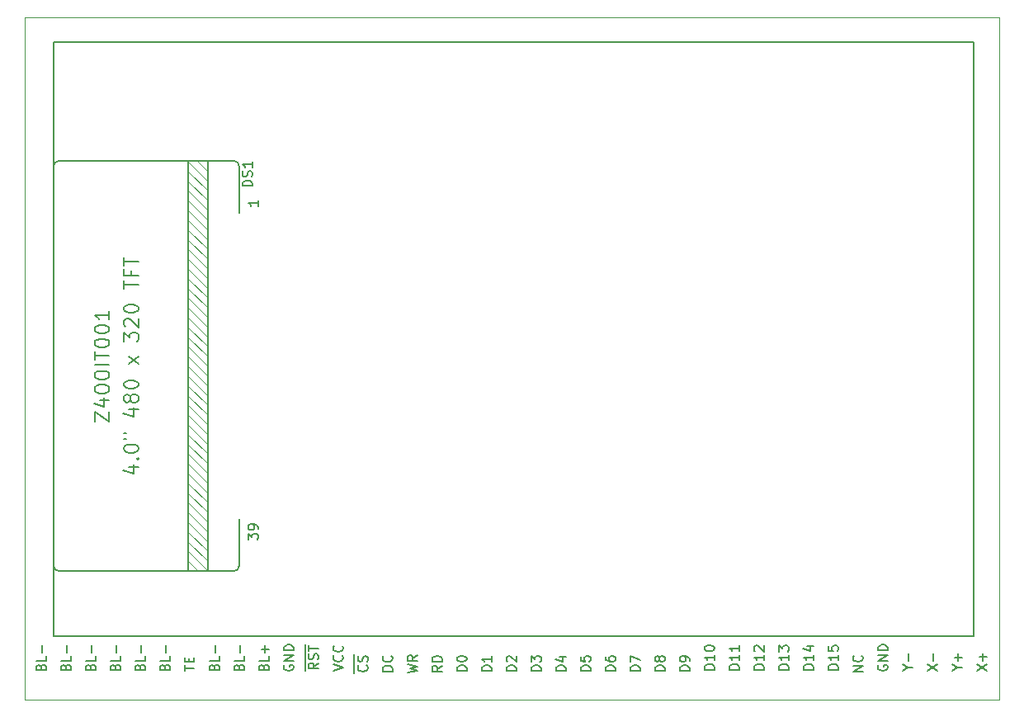
<source format=gbr>
G04 #@! TF.GenerationSoftware,KiCad,Pcbnew,(5.1.5)-3*
G04 #@! TF.CreationDate,2020-05-28T15:24:43-05:00*
G04 #@! TF.ProjectId,TFT Breakout 39P,54465420-4272-4656-916b-6f7574203339,rev?*
G04 #@! TF.SameCoordinates,Original*
G04 #@! TF.FileFunction,Legend,Top*
G04 #@! TF.FilePolarity,Positive*
%FSLAX46Y46*%
G04 Gerber Fmt 4.6, Leading zero omitted, Abs format (unit mm)*
G04 Created by KiCad (PCBNEW (5.1.5)-3) date 2020-05-28 15:24:43*
%MOMM*%
%LPD*%
G04 APERTURE LIST*
%ADD10C,0.150000*%
G04 #@! TA.AperFunction,Profile*
%ADD11C,0.050000*%
G04 #@! TD*
%ADD12C,0.120000*%
%ADD13C,0.127000*%
%ADD14C,0.152400*%
G04 APERTURE END LIST*
D10*
X106761271Y-126652380D02*
X106808890Y-126509523D01*
X106856509Y-126461904D01*
X106951747Y-126414285D01*
X107094604Y-126414285D01*
X107189842Y-126461904D01*
X107237461Y-126509523D01*
X107285080Y-126604761D01*
X107285080Y-126985714D01*
X106285080Y-126985714D01*
X106285080Y-126652380D01*
X106332700Y-126557142D01*
X106380319Y-126509523D01*
X106475557Y-126461904D01*
X106570795Y-126461904D01*
X106666033Y-126509523D01*
X106713652Y-126557142D01*
X106761271Y-126652380D01*
X106761271Y-126985714D01*
X107285080Y-125509523D02*
X107285080Y-125985714D01*
X106285080Y-125985714D01*
X106904128Y-125176190D02*
X106904128Y-124414285D01*
X116411760Y-127025815D02*
X116411760Y-126454386D01*
X117411760Y-126740100D02*
X116411760Y-126740100D01*
X116887951Y-126121053D02*
X116887951Y-125787720D01*
X117411760Y-125644862D02*
X117411760Y-126121053D01*
X116411760Y-126121053D01*
X116411760Y-125644862D01*
X197714620Y-127057220D02*
X198714620Y-126390554D01*
X197714620Y-126390554D02*
X198714620Y-127057220D01*
X198333668Y-126009601D02*
X198333668Y-125247697D01*
X198714620Y-125628649D02*
X197952716Y-125628649D01*
X195698430Y-126723887D02*
X196174620Y-126723887D01*
X195174620Y-127057220D02*
X195698430Y-126723887D01*
X195174620Y-126390554D01*
X195793668Y-126057220D02*
X195793668Y-125295316D01*
X196174620Y-125676268D02*
X195412716Y-125676268D01*
X192634620Y-127062300D02*
X193634620Y-126395634D01*
X192634620Y-126395634D02*
X193634620Y-127062300D01*
X193253668Y-126014681D02*
X193253668Y-125252777D01*
X190618430Y-126723887D02*
X191094620Y-126723887D01*
X190094620Y-127057220D02*
X190618430Y-126723887D01*
X190094620Y-126390554D01*
X190713668Y-126057220D02*
X190713668Y-125295316D01*
X187600000Y-126461904D02*
X187552380Y-126557142D01*
X187552380Y-126700000D01*
X187600000Y-126842857D01*
X187695238Y-126938095D01*
X187790476Y-126985714D01*
X187980952Y-127033333D01*
X188123809Y-127033333D01*
X188314285Y-126985714D01*
X188409523Y-126938095D01*
X188504761Y-126842857D01*
X188552380Y-126700000D01*
X188552380Y-126604761D01*
X188504761Y-126461904D01*
X188457142Y-126414285D01*
X188123809Y-126414285D01*
X188123809Y-126604761D01*
X188552380Y-125985714D02*
X187552380Y-125985714D01*
X188552380Y-125414285D01*
X187552380Y-125414285D01*
X188552380Y-124938095D02*
X187552380Y-124938095D01*
X187552380Y-124700000D01*
X187600000Y-124557142D01*
X187695238Y-124461904D01*
X187790476Y-124414285D01*
X187980952Y-124366666D01*
X188123809Y-124366666D01*
X188314285Y-124414285D01*
X188409523Y-124461904D01*
X188504761Y-124557142D01*
X188552380Y-124700000D01*
X188552380Y-124938095D01*
X185999380Y-127103914D02*
X184999380Y-127103914D01*
X185999380Y-126532485D01*
X184999380Y-126532485D01*
X185904142Y-125484866D02*
X185951761Y-125532485D01*
X185999380Y-125675342D01*
X185999380Y-125770580D01*
X185951761Y-125913438D01*
X185856523Y-126008676D01*
X185761285Y-126056295D01*
X185570809Y-126103914D01*
X185427952Y-126103914D01*
X185237476Y-126056295D01*
X185142238Y-126008676D01*
X185047000Y-125913438D01*
X184999380Y-125770580D01*
X184999380Y-125675342D01*
X185047000Y-125532485D01*
X185094619Y-125484866D01*
X168219380Y-127056295D02*
X167219380Y-127056295D01*
X167219380Y-126818200D01*
X167267000Y-126675342D01*
X167362238Y-126580104D01*
X167457476Y-126532485D01*
X167647952Y-126484866D01*
X167790809Y-126484866D01*
X167981285Y-126532485D01*
X168076523Y-126580104D01*
X168171761Y-126675342D01*
X168219380Y-126818200D01*
X168219380Y-127056295D01*
X168219380Y-126008676D02*
X168219380Y-125818200D01*
X168171761Y-125722961D01*
X168124142Y-125675342D01*
X167981285Y-125580104D01*
X167790809Y-125532485D01*
X167409857Y-125532485D01*
X167314619Y-125580104D01*
X167267000Y-125627723D01*
X167219380Y-125722961D01*
X167219380Y-125913438D01*
X167267000Y-126008676D01*
X167314619Y-126056295D01*
X167409857Y-126103914D01*
X167647952Y-126103914D01*
X167743190Y-126056295D01*
X167790809Y-126008676D01*
X167838428Y-125913438D01*
X167838428Y-125722961D01*
X167790809Y-125627723D01*
X167743190Y-125580104D01*
X167647952Y-125532485D01*
X165679380Y-127056295D02*
X164679380Y-127056295D01*
X164679380Y-126818200D01*
X164727000Y-126675342D01*
X164822238Y-126580104D01*
X164917476Y-126532485D01*
X165107952Y-126484866D01*
X165250809Y-126484866D01*
X165441285Y-126532485D01*
X165536523Y-126580104D01*
X165631761Y-126675342D01*
X165679380Y-126818200D01*
X165679380Y-127056295D01*
X165107952Y-125913438D02*
X165060333Y-126008676D01*
X165012714Y-126056295D01*
X164917476Y-126103914D01*
X164869857Y-126103914D01*
X164774619Y-126056295D01*
X164727000Y-126008676D01*
X164679380Y-125913438D01*
X164679380Y-125722961D01*
X164727000Y-125627723D01*
X164774619Y-125580104D01*
X164869857Y-125532485D01*
X164917476Y-125532485D01*
X165012714Y-125580104D01*
X165060333Y-125627723D01*
X165107952Y-125722961D01*
X165107952Y-125913438D01*
X165155571Y-126008676D01*
X165203190Y-126056295D01*
X165298428Y-126103914D01*
X165488904Y-126103914D01*
X165584142Y-126056295D01*
X165631761Y-126008676D01*
X165679380Y-125913438D01*
X165679380Y-125722961D01*
X165631761Y-125627723D01*
X165584142Y-125580104D01*
X165488904Y-125532485D01*
X165298428Y-125532485D01*
X165203190Y-125580104D01*
X165155571Y-125627723D01*
X165107952Y-125722961D01*
X163139380Y-127051215D02*
X162139380Y-127051215D01*
X162139380Y-126813120D01*
X162187000Y-126670262D01*
X162282238Y-126575024D01*
X162377476Y-126527405D01*
X162567952Y-126479786D01*
X162710809Y-126479786D01*
X162901285Y-126527405D01*
X162996523Y-126575024D01*
X163091761Y-126670262D01*
X163139380Y-126813120D01*
X163139380Y-127051215D01*
X162139380Y-126146453D02*
X162139380Y-125479786D01*
X163139380Y-125908358D01*
X160599380Y-127051215D02*
X159599380Y-127051215D01*
X159599380Y-126813120D01*
X159647000Y-126670262D01*
X159742238Y-126575024D01*
X159837476Y-126527405D01*
X160027952Y-126479786D01*
X160170809Y-126479786D01*
X160361285Y-126527405D01*
X160456523Y-126575024D01*
X160551761Y-126670262D01*
X160599380Y-126813120D01*
X160599380Y-127051215D01*
X159599380Y-125622643D02*
X159599380Y-125813120D01*
X159647000Y-125908358D01*
X159694619Y-125955977D01*
X159837476Y-126051215D01*
X160027952Y-126098834D01*
X160408904Y-126098834D01*
X160504142Y-126051215D01*
X160551761Y-126003596D01*
X160599380Y-125908358D01*
X160599380Y-125717881D01*
X160551761Y-125622643D01*
X160504142Y-125575024D01*
X160408904Y-125527405D01*
X160170809Y-125527405D01*
X160075571Y-125575024D01*
X160027952Y-125622643D01*
X159980333Y-125717881D01*
X159980333Y-125908358D01*
X160027952Y-126003596D01*
X160075571Y-126051215D01*
X160170809Y-126098834D01*
X158059380Y-127051215D02*
X157059380Y-127051215D01*
X157059380Y-126813120D01*
X157107000Y-126670262D01*
X157202238Y-126575024D01*
X157297476Y-126527405D01*
X157487952Y-126479786D01*
X157630809Y-126479786D01*
X157821285Y-126527405D01*
X157916523Y-126575024D01*
X158011761Y-126670262D01*
X158059380Y-126813120D01*
X158059380Y-127051215D01*
X157059380Y-125575024D02*
X157059380Y-126051215D01*
X157535571Y-126098834D01*
X157487952Y-126051215D01*
X157440333Y-125955977D01*
X157440333Y-125717881D01*
X157487952Y-125622643D01*
X157535571Y-125575024D01*
X157630809Y-125527405D01*
X157868904Y-125527405D01*
X157964142Y-125575024D01*
X158011761Y-125622643D01*
X158059380Y-125717881D01*
X158059380Y-125955977D01*
X158011761Y-126051215D01*
X157964142Y-126098834D01*
X155519380Y-127056295D02*
X154519380Y-127056295D01*
X154519380Y-126818200D01*
X154567000Y-126675342D01*
X154662238Y-126580104D01*
X154757476Y-126532485D01*
X154947952Y-126484866D01*
X155090809Y-126484866D01*
X155281285Y-126532485D01*
X155376523Y-126580104D01*
X155471761Y-126675342D01*
X155519380Y-126818200D01*
X155519380Y-127056295D01*
X154852714Y-125627723D02*
X155519380Y-125627723D01*
X154471761Y-125865819D02*
X155186047Y-126103914D01*
X155186047Y-125484866D01*
X152979380Y-127051215D02*
X151979380Y-127051215D01*
X151979380Y-126813120D01*
X152027000Y-126670262D01*
X152122238Y-126575024D01*
X152217476Y-126527405D01*
X152407952Y-126479786D01*
X152550809Y-126479786D01*
X152741285Y-126527405D01*
X152836523Y-126575024D01*
X152931761Y-126670262D01*
X152979380Y-126813120D01*
X152979380Y-127051215D01*
X151979380Y-126146453D02*
X151979380Y-125527405D01*
X152360333Y-125860739D01*
X152360333Y-125717881D01*
X152407952Y-125622643D01*
X152455571Y-125575024D01*
X152550809Y-125527405D01*
X152788904Y-125527405D01*
X152884142Y-125575024D01*
X152931761Y-125622643D01*
X152979380Y-125717881D01*
X152979380Y-126003596D01*
X152931761Y-126098834D01*
X152884142Y-126146453D01*
X150439380Y-127051215D02*
X149439380Y-127051215D01*
X149439380Y-126813120D01*
X149487000Y-126670262D01*
X149582238Y-126575024D01*
X149677476Y-126527405D01*
X149867952Y-126479786D01*
X150010809Y-126479786D01*
X150201285Y-126527405D01*
X150296523Y-126575024D01*
X150391761Y-126670262D01*
X150439380Y-126813120D01*
X150439380Y-127051215D01*
X149534619Y-126098834D02*
X149487000Y-126051215D01*
X149439380Y-125955977D01*
X149439380Y-125717881D01*
X149487000Y-125622643D01*
X149534619Y-125575024D01*
X149629857Y-125527405D01*
X149725095Y-125527405D01*
X149867952Y-125575024D01*
X150439380Y-126146453D01*
X150439380Y-125527405D01*
X147899380Y-127056295D02*
X146899380Y-127056295D01*
X146899380Y-126818200D01*
X146947000Y-126675342D01*
X147042238Y-126580104D01*
X147137476Y-126532485D01*
X147327952Y-126484866D01*
X147470809Y-126484866D01*
X147661285Y-126532485D01*
X147756523Y-126580104D01*
X147851761Y-126675342D01*
X147899380Y-126818200D01*
X147899380Y-127056295D01*
X147899380Y-125532485D02*
X147899380Y-126103914D01*
X147899380Y-125818200D02*
X146899380Y-125818200D01*
X147042238Y-125913438D01*
X147137476Y-126008676D01*
X147185095Y-126103914D01*
X145359380Y-127051215D02*
X144359380Y-127051215D01*
X144359380Y-126813120D01*
X144407000Y-126670262D01*
X144502238Y-126575024D01*
X144597476Y-126527405D01*
X144787952Y-126479786D01*
X144930809Y-126479786D01*
X145121285Y-126527405D01*
X145216523Y-126575024D01*
X145311761Y-126670262D01*
X145359380Y-126813120D01*
X145359380Y-127051215D01*
X144359380Y-125860739D02*
X144359380Y-125765500D01*
X144407000Y-125670262D01*
X144454619Y-125622643D01*
X144549857Y-125575024D01*
X144740333Y-125527405D01*
X144978428Y-125527405D01*
X145168904Y-125575024D01*
X145264142Y-125622643D01*
X145311761Y-125670262D01*
X145359380Y-125765500D01*
X145359380Y-125860739D01*
X145311761Y-125955977D01*
X145264142Y-126003596D01*
X145168904Y-126051215D01*
X144978428Y-126098834D01*
X144740333Y-126098834D01*
X144549857Y-126051215D01*
X144454619Y-126003596D01*
X144407000Y-125955977D01*
X144359380Y-125860739D01*
X142819380Y-126508676D02*
X142343190Y-126842009D01*
X142819380Y-127080104D02*
X141819380Y-127080104D01*
X141819380Y-126699152D01*
X141867000Y-126603914D01*
X141914619Y-126556295D01*
X142009857Y-126508676D01*
X142152714Y-126508676D01*
X142247952Y-126556295D01*
X142295571Y-126603914D01*
X142343190Y-126699152D01*
X142343190Y-127080104D01*
X142819380Y-126080104D02*
X141819380Y-126080104D01*
X141819380Y-125842009D01*
X141867000Y-125699152D01*
X141962238Y-125603914D01*
X142057476Y-125556295D01*
X142247952Y-125508676D01*
X142390809Y-125508676D01*
X142581285Y-125556295D01*
X142676523Y-125603914D01*
X142771761Y-125699152D01*
X142819380Y-125842009D01*
X142819380Y-126080104D01*
X139279380Y-127241691D02*
X140279380Y-127003596D01*
X139565095Y-126813120D01*
X140279380Y-126622643D01*
X139279380Y-126384548D01*
X140279380Y-125432167D02*
X139803190Y-125765500D01*
X140279380Y-126003596D02*
X139279380Y-126003596D01*
X139279380Y-125622643D01*
X139327000Y-125527405D01*
X139374619Y-125479786D01*
X139469857Y-125432167D01*
X139612714Y-125432167D01*
X139707952Y-125479786D01*
X139755571Y-125527405D01*
X139803190Y-125622643D01*
X139803190Y-126003596D01*
X137739380Y-127080104D02*
X136739380Y-127080104D01*
X136739380Y-126842009D01*
X136787000Y-126699152D01*
X136882238Y-126603914D01*
X136977476Y-126556295D01*
X137167952Y-126508676D01*
X137310809Y-126508676D01*
X137501285Y-126556295D01*
X137596523Y-126603914D01*
X137691761Y-126699152D01*
X137739380Y-126842009D01*
X137739380Y-127080104D01*
X137644142Y-125508676D02*
X137691761Y-125556295D01*
X137739380Y-125699152D01*
X137739380Y-125794390D01*
X137691761Y-125937247D01*
X137596523Y-126032485D01*
X137501285Y-126080104D01*
X137310809Y-126127723D01*
X137167952Y-126127723D01*
X136977476Y-126080104D01*
X136882238Y-126032485D01*
X136787000Y-125937247D01*
X136739380Y-125794390D01*
X136739380Y-125699152D01*
X136787000Y-125556295D01*
X136834619Y-125508676D01*
X133826920Y-127294390D02*
X133826920Y-126294390D01*
X135099062Y-126484866D02*
X135146681Y-126532485D01*
X135194300Y-126675342D01*
X135194300Y-126770580D01*
X135146681Y-126913438D01*
X135051443Y-127008676D01*
X134956205Y-127056295D01*
X134765729Y-127103914D01*
X134622872Y-127103914D01*
X134432396Y-127056295D01*
X134337158Y-127008676D01*
X134241920Y-126913438D01*
X134194300Y-126770580D01*
X134194300Y-126675342D01*
X134241920Y-126532485D01*
X134289539Y-126484866D01*
X133826920Y-126294390D02*
X133826920Y-125342009D01*
X135146681Y-126103914D02*
X135194300Y-125961057D01*
X135194300Y-125722961D01*
X135146681Y-125627723D01*
X135099062Y-125580104D01*
X135003824Y-125532485D01*
X134908586Y-125532485D01*
X134813348Y-125580104D01*
X134765729Y-125627723D01*
X134718110Y-125722961D01*
X134670491Y-125913438D01*
X134622872Y-126008676D01*
X134575253Y-126056295D01*
X134480015Y-126103914D01*
X134384777Y-126103914D01*
X134289539Y-126056295D01*
X134241920Y-126008676D01*
X134194300Y-125913438D01*
X134194300Y-125675342D01*
X134241920Y-125532485D01*
X170772380Y-126914285D02*
X169772380Y-126914285D01*
X169772380Y-126676190D01*
X169820000Y-126533333D01*
X169915238Y-126438095D01*
X170010476Y-126390476D01*
X170200952Y-126342857D01*
X170343809Y-126342857D01*
X170534285Y-126390476D01*
X170629523Y-126438095D01*
X170724761Y-126533333D01*
X170772380Y-126676190D01*
X170772380Y-126914285D01*
X170772380Y-125390476D02*
X170772380Y-125961904D01*
X170772380Y-125676190D02*
X169772380Y-125676190D01*
X169915238Y-125771428D01*
X170010476Y-125866666D01*
X170058095Y-125961904D01*
X169772380Y-124771428D02*
X169772380Y-124676190D01*
X169820000Y-124580952D01*
X169867619Y-124533333D01*
X169962857Y-124485714D01*
X170153333Y-124438095D01*
X170391428Y-124438095D01*
X170581904Y-124485714D01*
X170677142Y-124533333D01*
X170724761Y-124580952D01*
X170772380Y-124676190D01*
X170772380Y-124771428D01*
X170724761Y-124866666D01*
X170677142Y-124914285D01*
X170581904Y-124961904D01*
X170391428Y-125009523D01*
X170153333Y-125009523D01*
X169962857Y-124961904D01*
X169867619Y-124914285D01*
X169820000Y-124866666D01*
X169772380Y-124771428D01*
X173312380Y-126914285D02*
X172312380Y-126914285D01*
X172312380Y-126676190D01*
X172360000Y-126533333D01*
X172455238Y-126438095D01*
X172550476Y-126390476D01*
X172740952Y-126342857D01*
X172883809Y-126342857D01*
X173074285Y-126390476D01*
X173169523Y-126438095D01*
X173264761Y-126533333D01*
X173312380Y-126676190D01*
X173312380Y-126914285D01*
X173312380Y-125390476D02*
X173312380Y-125961904D01*
X173312380Y-125676190D02*
X172312380Y-125676190D01*
X172455238Y-125771428D01*
X172550476Y-125866666D01*
X172598095Y-125961904D01*
X173312380Y-124438095D02*
X173312380Y-125009523D01*
X173312380Y-124723809D02*
X172312380Y-124723809D01*
X172455238Y-124819047D01*
X172550476Y-124914285D01*
X172598095Y-125009523D01*
X175852380Y-126914285D02*
X174852380Y-126914285D01*
X174852380Y-126676190D01*
X174900000Y-126533333D01*
X174995238Y-126438095D01*
X175090476Y-126390476D01*
X175280952Y-126342857D01*
X175423809Y-126342857D01*
X175614285Y-126390476D01*
X175709523Y-126438095D01*
X175804761Y-126533333D01*
X175852380Y-126676190D01*
X175852380Y-126914285D01*
X175852380Y-125390476D02*
X175852380Y-125961904D01*
X175852380Y-125676190D02*
X174852380Y-125676190D01*
X174995238Y-125771428D01*
X175090476Y-125866666D01*
X175138095Y-125961904D01*
X174947619Y-125009523D02*
X174900000Y-124961904D01*
X174852380Y-124866666D01*
X174852380Y-124628571D01*
X174900000Y-124533333D01*
X174947619Y-124485714D01*
X175042857Y-124438095D01*
X175138095Y-124438095D01*
X175280952Y-124485714D01*
X175852380Y-125057142D01*
X175852380Y-124438095D01*
X178392380Y-126914285D02*
X177392380Y-126914285D01*
X177392380Y-126676190D01*
X177440000Y-126533333D01*
X177535238Y-126438095D01*
X177630476Y-126390476D01*
X177820952Y-126342857D01*
X177963809Y-126342857D01*
X178154285Y-126390476D01*
X178249523Y-126438095D01*
X178344761Y-126533333D01*
X178392380Y-126676190D01*
X178392380Y-126914285D01*
X178392380Y-125390476D02*
X178392380Y-125961904D01*
X178392380Y-125676190D02*
X177392380Y-125676190D01*
X177535238Y-125771428D01*
X177630476Y-125866666D01*
X177678095Y-125961904D01*
X177392380Y-125057142D02*
X177392380Y-124438095D01*
X177773333Y-124771428D01*
X177773333Y-124628571D01*
X177820952Y-124533333D01*
X177868571Y-124485714D01*
X177963809Y-124438095D01*
X178201904Y-124438095D01*
X178297142Y-124485714D01*
X178344761Y-124533333D01*
X178392380Y-124628571D01*
X178392380Y-124914285D01*
X178344761Y-125009523D01*
X178297142Y-125057142D01*
X180932380Y-126914285D02*
X179932380Y-126914285D01*
X179932380Y-126676190D01*
X179980000Y-126533333D01*
X180075238Y-126438095D01*
X180170476Y-126390476D01*
X180360952Y-126342857D01*
X180503809Y-126342857D01*
X180694285Y-126390476D01*
X180789523Y-126438095D01*
X180884761Y-126533333D01*
X180932380Y-126676190D01*
X180932380Y-126914285D01*
X180932380Y-125390476D02*
X180932380Y-125961904D01*
X180932380Y-125676190D02*
X179932380Y-125676190D01*
X180075238Y-125771428D01*
X180170476Y-125866666D01*
X180218095Y-125961904D01*
X180265714Y-124533333D02*
X180932380Y-124533333D01*
X179884761Y-124771428D02*
X180599047Y-125009523D01*
X180599047Y-124390476D01*
X183472380Y-126914285D02*
X182472380Y-126914285D01*
X182472380Y-126676190D01*
X182520000Y-126533333D01*
X182615238Y-126438095D01*
X182710476Y-126390476D01*
X182900952Y-126342857D01*
X183043809Y-126342857D01*
X183234285Y-126390476D01*
X183329523Y-126438095D01*
X183424761Y-126533333D01*
X183472380Y-126676190D01*
X183472380Y-126914285D01*
X183472380Y-125390476D02*
X183472380Y-125961904D01*
X183472380Y-125676190D02*
X182472380Y-125676190D01*
X182615238Y-125771428D01*
X182710476Y-125866666D01*
X182758095Y-125961904D01*
X182472380Y-124485714D02*
X182472380Y-124961904D01*
X182948571Y-125009523D01*
X182900952Y-124961904D01*
X182853333Y-124866666D01*
X182853333Y-124628571D01*
X182900952Y-124533333D01*
X182948571Y-124485714D01*
X183043809Y-124438095D01*
X183281904Y-124438095D01*
X183377142Y-124485714D01*
X183424761Y-124533333D01*
X183472380Y-124628571D01*
X183472380Y-124866666D01*
X183424761Y-124961904D01*
X183377142Y-125009523D01*
X131672380Y-127033333D02*
X132672380Y-126700000D01*
X131672380Y-126366666D01*
X132577142Y-125461904D02*
X132624761Y-125509523D01*
X132672380Y-125652380D01*
X132672380Y-125747619D01*
X132624761Y-125890476D01*
X132529523Y-125985714D01*
X132434285Y-126033333D01*
X132243809Y-126080952D01*
X132100952Y-126080952D01*
X131910476Y-126033333D01*
X131815238Y-125985714D01*
X131720000Y-125890476D01*
X131672380Y-125747619D01*
X131672380Y-125652380D01*
X131720000Y-125509523D01*
X131767619Y-125461904D01*
X132577142Y-124461904D02*
X132624761Y-124509523D01*
X132672380Y-124652380D01*
X132672380Y-124747619D01*
X132624761Y-124890476D01*
X132529523Y-124985714D01*
X132434285Y-125033333D01*
X132243809Y-125080952D01*
X132100952Y-125080952D01*
X131910476Y-125033333D01*
X131815238Y-124985714D01*
X131720000Y-124890476D01*
X131672380Y-124747619D01*
X131672380Y-124652380D01*
X131720000Y-124509523D01*
X131767619Y-124461904D01*
X128765000Y-127057142D02*
X128765000Y-126057142D01*
X130132380Y-126247619D02*
X129656190Y-126580952D01*
X130132380Y-126819047D02*
X129132380Y-126819047D01*
X129132380Y-126438095D01*
X129180000Y-126342857D01*
X129227619Y-126295238D01*
X129322857Y-126247619D01*
X129465714Y-126247619D01*
X129560952Y-126295238D01*
X129608571Y-126342857D01*
X129656190Y-126438095D01*
X129656190Y-126819047D01*
X128765000Y-126057142D02*
X128765000Y-125104761D01*
X130084761Y-125866666D02*
X130132380Y-125723809D01*
X130132380Y-125485714D01*
X130084761Y-125390476D01*
X130037142Y-125342857D01*
X129941904Y-125295238D01*
X129846666Y-125295238D01*
X129751428Y-125342857D01*
X129703809Y-125390476D01*
X129656190Y-125485714D01*
X129608571Y-125676190D01*
X129560952Y-125771428D01*
X129513333Y-125819047D01*
X129418095Y-125866666D01*
X129322857Y-125866666D01*
X129227619Y-125819047D01*
X129180000Y-125771428D01*
X129132380Y-125676190D01*
X129132380Y-125438095D01*
X129180000Y-125295238D01*
X128765000Y-125104761D02*
X128765000Y-124342857D01*
X129132380Y-125009523D02*
X129132380Y-124438095D01*
X130132380Y-124723809D02*
X129132380Y-124723809D01*
X126640000Y-126461904D02*
X126592380Y-126557142D01*
X126592380Y-126700000D01*
X126640000Y-126842857D01*
X126735238Y-126938095D01*
X126830476Y-126985714D01*
X127020952Y-127033333D01*
X127163809Y-127033333D01*
X127354285Y-126985714D01*
X127449523Y-126938095D01*
X127544761Y-126842857D01*
X127592380Y-126700000D01*
X127592380Y-126604761D01*
X127544761Y-126461904D01*
X127497142Y-126414285D01*
X127163809Y-126414285D01*
X127163809Y-126604761D01*
X127592380Y-125985714D02*
X126592380Y-125985714D01*
X127592380Y-125414285D01*
X126592380Y-125414285D01*
X127592380Y-124938095D02*
X126592380Y-124938095D01*
X126592380Y-124700000D01*
X126640000Y-124557142D01*
X126735238Y-124461904D01*
X126830476Y-124414285D01*
X127020952Y-124366666D01*
X127163809Y-124366666D01*
X127354285Y-124414285D01*
X127449523Y-124461904D01*
X127544761Y-124557142D01*
X127592380Y-124700000D01*
X127592380Y-124938095D01*
X124528571Y-126652380D02*
X124576190Y-126509523D01*
X124623809Y-126461904D01*
X124719047Y-126414285D01*
X124861904Y-126414285D01*
X124957142Y-126461904D01*
X125004761Y-126509523D01*
X125052380Y-126604761D01*
X125052380Y-126985714D01*
X124052380Y-126985714D01*
X124052380Y-126652380D01*
X124100000Y-126557142D01*
X124147619Y-126509523D01*
X124242857Y-126461904D01*
X124338095Y-126461904D01*
X124433333Y-126509523D01*
X124480952Y-126557142D01*
X124528571Y-126652380D01*
X124528571Y-126985714D01*
X125052380Y-125509523D02*
X125052380Y-125985714D01*
X124052380Y-125985714D01*
X124671428Y-125176190D02*
X124671428Y-124414285D01*
X125052380Y-124795238D02*
X124290476Y-124795238D01*
X121988571Y-126652380D02*
X122036190Y-126509523D01*
X122083809Y-126461904D01*
X122179047Y-126414285D01*
X122321904Y-126414285D01*
X122417142Y-126461904D01*
X122464761Y-126509523D01*
X122512380Y-126604761D01*
X122512380Y-126985714D01*
X121512380Y-126985714D01*
X121512380Y-126652380D01*
X121560000Y-126557142D01*
X121607619Y-126509523D01*
X121702857Y-126461904D01*
X121798095Y-126461904D01*
X121893333Y-126509523D01*
X121940952Y-126557142D01*
X121988571Y-126652380D01*
X121988571Y-126985714D01*
X122512380Y-125509523D02*
X122512380Y-125985714D01*
X121512380Y-125985714D01*
X122131428Y-125176190D02*
X122131428Y-124414285D01*
X119448571Y-126652380D02*
X119496190Y-126509523D01*
X119543809Y-126461904D01*
X119639047Y-126414285D01*
X119781904Y-126414285D01*
X119877142Y-126461904D01*
X119924761Y-126509523D01*
X119972380Y-126604761D01*
X119972380Y-126985714D01*
X118972380Y-126985714D01*
X118972380Y-126652380D01*
X119020000Y-126557142D01*
X119067619Y-126509523D01*
X119162857Y-126461904D01*
X119258095Y-126461904D01*
X119353333Y-126509523D01*
X119400952Y-126557142D01*
X119448571Y-126652380D01*
X119448571Y-126985714D01*
X119972380Y-125509523D02*
X119972380Y-125985714D01*
X118972380Y-125985714D01*
X119591428Y-125176190D02*
X119591428Y-124414285D01*
X114368571Y-126652380D02*
X114416190Y-126509523D01*
X114463809Y-126461904D01*
X114559047Y-126414285D01*
X114701904Y-126414285D01*
X114797142Y-126461904D01*
X114844761Y-126509523D01*
X114892380Y-126604761D01*
X114892380Y-126985714D01*
X113892380Y-126985714D01*
X113892380Y-126652380D01*
X113940000Y-126557142D01*
X113987619Y-126509523D01*
X114082857Y-126461904D01*
X114178095Y-126461904D01*
X114273333Y-126509523D01*
X114320952Y-126557142D01*
X114368571Y-126652380D01*
X114368571Y-126985714D01*
X114892380Y-125509523D02*
X114892380Y-125985714D01*
X113892380Y-125985714D01*
X114511428Y-125176190D02*
X114511428Y-124414285D01*
X111828571Y-126652380D02*
X111876190Y-126509523D01*
X111923809Y-126461904D01*
X112019047Y-126414285D01*
X112161904Y-126414285D01*
X112257142Y-126461904D01*
X112304761Y-126509523D01*
X112352380Y-126604761D01*
X112352380Y-126985714D01*
X111352380Y-126985714D01*
X111352380Y-126652380D01*
X111400000Y-126557142D01*
X111447619Y-126509523D01*
X111542857Y-126461904D01*
X111638095Y-126461904D01*
X111733333Y-126509523D01*
X111780952Y-126557142D01*
X111828571Y-126652380D01*
X111828571Y-126985714D01*
X112352380Y-125509523D02*
X112352380Y-125985714D01*
X111352380Y-125985714D01*
X111971428Y-125176190D02*
X111971428Y-124414285D01*
X109288571Y-126652380D02*
X109336190Y-126509523D01*
X109383809Y-126461904D01*
X109479047Y-126414285D01*
X109621904Y-126414285D01*
X109717142Y-126461904D01*
X109764761Y-126509523D01*
X109812380Y-126604761D01*
X109812380Y-126985714D01*
X108812380Y-126985714D01*
X108812380Y-126652380D01*
X108860000Y-126557142D01*
X108907619Y-126509523D01*
X109002857Y-126461904D01*
X109098095Y-126461904D01*
X109193333Y-126509523D01*
X109240952Y-126557142D01*
X109288571Y-126652380D01*
X109288571Y-126985714D01*
X109812380Y-125509523D02*
X109812380Y-125985714D01*
X108812380Y-125985714D01*
X109431428Y-125176190D02*
X109431428Y-124414285D01*
X104208571Y-126652380D02*
X104256190Y-126509523D01*
X104303809Y-126461904D01*
X104399047Y-126414285D01*
X104541904Y-126414285D01*
X104637142Y-126461904D01*
X104684761Y-126509523D01*
X104732380Y-126604761D01*
X104732380Y-126985714D01*
X103732380Y-126985714D01*
X103732380Y-126652380D01*
X103780000Y-126557142D01*
X103827619Y-126509523D01*
X103922857Y-126461904D01*
X104018095Y-126461904D01*
X104113333Y-126509523D01*
X104160952Y-126557142D01*
X104208571Y-126652380D01*
X104208571Y-126985714D01*
X104732380Y-125509523D02*
X104732380Y-125985714D01*
X103732380Y-125985714D01*
X104351428Y-125176190D02*
X104351428Y-124414285D01*
X101668571Y-126652380D02*
X101716190Y-126509523D01*
X101763809Y-126461904D01*
X101859047Y-126414285D01*
X102001904Y-126414285D01*
X102097142Y-126461904D01*
X102144761Y-126509523D01*
X102192380Y-126604761D01*
X102192380Y-126985714D01*
X101192380Y-126985714D01*
X101192380Y-126652380D01*
X101240000Y-126557142D01*
X101287619Y-126509523D01*
X101382857Y-126461904D01*
X101478095Y-126461904D01*
X101573333Y-126509523D01*
X101620952Y-126557142D01*
X101668571Y-126652380D01*
X101668571Y-126985714D01*
X102192380Y-125509523D02*
X102192380Y-125985714D01*
X101192380Y-125985714D01*
X101811428Y-125176190D02*
X101811428Y-124414285D01*
D11*
X200000000Y-60000000D02*
X100000000Y-60000000D01*
X200000000Y-130000000D02*
X200000000Y-60000000D01*
X100000000Y-130000000D02*
X100000000Y-60000000D01*
X100000000Y-130000000D02*
X200000000Y-130000000D01*
D12*
G04 #@! TO.C,DS1*
X117740000Y-74750000D02*
X118790000Y-75800000D01*
X116790000Y-74800000D02*
X118790000Y-76800000D01*
X116790000Y-75800000D02*
X118790000Y-77800000D01*
X116790000Y-76800000D02*
X118790000Y-78800000D01*
X116790000Y-77800000D02*
X118790000Y-79800000D01*
X116790000Y-78800000D02*
X118790000Y-80800000D01*
X116790000Y-79800000D02*
X118790000Y-81800000D01*
X116790000Y-80800000D02*
X118790000Y-82800000D01*
X116790000Y-81800000D02*
X118790000Y-83800000D01*
X116790000Y-82800000D02*
X118790000Y-84800000D01*
X116790000Y-83800000D02*
X118790000Y-85800000D01*
X116790000Y-84800000D02*
X118790000Y-86800000D01*
X116790000Y-85800000D02*
X118790000Y-87800000D01*
X116790000Y-86800000D02*
X118790000Y-88800000D01*
X116790000Y-87800000D02*
X118790000Y-89800000D01*
X116790000Y-88800000D02*
X118790000Y-90800000D01*
X116790000Y-89800000D02*
X118790000Y-91800000D01*
X116790000Y-90800000D02*
X118790000Y-92800000D01*
X116790000Y-91800000D02*
X118790000Y-93800000D01*
X116790000Y-92800000D02*
X118790000Y-94800000D01*
X116790000Y-93800000D02*
X118790000Y-95800000D01*
X116790000Y-94800000D02*
X118790000Y-96800000D01*
X116790000Y-95800000D02*
X118790000Y-97800000D01*
X116790000Y-96800000D02*
X118790000Y-98800000D01*
X116790000Y-97800000D02*
X118790000Y-99800000D01*
X116790000Y-98800000D02*
X118790000Y-100800000D01*
X116790000Y-99800000D02*
X118790000Y-101800000D01*
X116790000Y-100800000D02*
X118790000Y-102800000D01*
X116790000Y-101800000D02*
X118790000Y-103800000D01*
X116790000Y-102800000D02*
X118790000Y-104800000D01*
X116790000Y-103800000D02*
X118790000Y-105800000D01*
X116790000Y-104800000D02*
X118790000Y-106800000D01*
X116790000Y-105800000D02*
X118790000Y-107800000D01*
X116790000Y-106800000D02*
X118790000Y-108800000D01*
X116790000Y-107800000D02*
X118790000Y-109800000D01*
X116790000Y-108800000D02*
X118790000Y-110800000D01*
X116790000Y-115800000D02*
X117790000Y-116800000D01*
X116790000Y-109800000D02*
X118790000Y-111800000D01*
X116790000Y-111800000D02*
X118790000Y-113800000D01*
X116790000Y-112800000D02*
X118790000Y-114800000D01*
X116790000Y-110800000D02*
X118790000Y-112800000D01*
X116790000Y-113800000D02*
X118790000Y-115800000D01*
X116790000Y-114800000D02*
X118790000Y-116800000D01*
D13*
X103500000Y-74720000D02*
G75*
G03X103000000Y-75220000I0J-500000D01*
G01*
X103000000Y-116300000D02*
G75*
G03X103500000Y-116800000I500000J0D01*
G01*
X103000000Y-62560000D02*
X197360000Y-62560000D01*
X103000000Y-123440000D02*
X197360000Y-123440000D01*
X103000000Y-62560000D02*
X103000000Y-123440000D01*
X197360000Y-62560000D02*
X197360000Y-123440000D01*
X103500000Y-74720000D02*
X121490000Y-74720000D01*
X121990000Y-75220000D02*
G75*
G03X121490000Y-74720000I-500000J0D01*
G01*
X121990000Y-75220000D02*
X121990000Y-80060000D01*
X103500000Y-116800000D02*
X121490000Y-116800000D01*
X121490000Y-116800000D02*
G75*
G03X121990000Y-116300000I0J500000D01*
G01*
X121990000Y-116300000D02*
X121990000Y-111460000D01*
X118790000Y-74720000D02*
X118790000Y-116800000D01*
X116790000Y-74720000D02*
X116790000Y-116800000D01*
G04 #@! TD*
G04 #@! TO.C,DS1*
D10*
X123357900Y-77282205D02*
X122357900Y-77282205D01*
X122357900Y-77044110D01*
X122405520Y-76901253D01*
X122500758Y-76806015D01*
X122595996Y-76758396D01*
X122786472Y-76710777D01*
X122929329Y-76710777D01*
X123119805Y-76758396D01*
X123215043Y-76806015D01*
X123310281Y-76901253D01*
X123357900Y-77044110D01*
X123357900Y-77282205D01*
X123310281Y-76329824D02*
X123357900Y-76186967D01*
X123357900Y-75948872D01*
X123310281Y-75853634D01*
X123262662Y-75806015D01*
X123167424Y-75758396D01*
X123072186Y-75758396D01*
X122976948Y-75806015D01*
X122929329Y-75853634D01*
X122881710Y-75948872D01*
X122834091Y-76139348D01*
X122786472Y-76234586D01*
X122738853Y-76282205D01*
X122643615Y-76329824D01*
X122548377Y-76329824D01*
X122453139Y-76282205D01*
X122405520Y-76234586D01*
X122357900Y-76139348D01*
X122357900Y-75901253D01*
X122405520Y-75758396D01*
X123357900Y-74806015D02*
X123357900Y-75377443D01*
X123357900Y-75091729D02*
X122357900Y-75091729D01*
X122500758Y-75186967D01*
X122595996Y-75282205D01*
X122643615Y-75377443D01*
D14*
X110678571Y-106081428D02*
X111678571Y-106081428D01*
X110107142Y-106438571D02*
X111178571Y-106795714D01*
X111178571Y-105867142D01*
X111535714Y-105295714D02*
X111607142Y-105224285D01*
X111678571Y-105295714D01*
X111607142Y-105367142D01*
X111535714Y-105295714D01*
X111678571Y-105295714D01*
X110178571Y-104295714D02*
X110178571Y-104152857D01*
X110250000Y-104010000D01*
X110321428Y-103938571D01*
X110464285Y-103867142D01*
X110750000Y-103795714D01*
X111107142Y-103795714D01*
X111392857Y-103867142D01*
X111535714Y-103938571D01*
X111607142Y-104010000D01*
X111678571Y-104152857D01*
X111678571Y-104295714D01*
X111607142Y-104438571D01*
X111535714Y-104510000D01*
X111392857Y-104581428D01*
X111107142Y-104652857D01*
X110750000Y-104652857D01*
X110464285Y-104581428D01*
X110321428Y-104510000D01*
X110250000Y-104438571D01*
X110178571Y-104295714D01*
X110178571Y-103224285D02*
X110464285Y-103224285D01*
X110178571Y-102652857D02*
X110464285Y-102652857D01*
X110678571Y-100224285D02*
X111678571Y-100224285D01*
X110107142Y-100581428D02*
X111178571Y-100938571D01*
X111178571Y-100010000D01*
X110821428Y-99224285D02*
X110750000Y-99367142D01*
X110678571Y-99438571D01*
X110535714Y-99510000D01*
X110464285Y-99510000D01*
X110321428Y-99438571D01*
X110250000Y-99367142D01*
X110178571Y-99224285D01*
X110178571Y-98938571D01*
X110250000Y-98795714D01*
X110321428Y-98724285D01*
X110464285Y-98652857D01*
X110535714Y-98652857D01*
X110678571Y-98724285D01*
X110750000Y-98795714D01*
X110821428Y-98938571D01*
X110821428Y-99224285D01*
X110892857Y-99367142D01*
X110964285Y-99438571D01*
X111107142Y-99510000D01*
X111392857Y-99510000D01*
X111535714Y-99438571D01*
X111607142Y-99367142D01*
X111678571Y-99224285D01*
X111678571Y-98938571D01*
X111607142Y-98795714D01*
X111535714Y-98724285D01*
X111392857Y-98652857D01*
X111107142Y-98652857D01*
X110964285Y-98724285D01*
X110892857Y-98795714D01*
X110821428Y-98938571D01*
X110178571Y-97724285D02*
X110178571Y-97581428D01*
X110250000Y-97438571D01*
X110321428Y-97367142D01*
X110464285Y-97295714D01*
X110750000Y-97224285D01*
X111107142Y-97224285D01*
X111392857Y-97295714D01*
X111535714Y-97367142D01*
X111607142Y-97438571D01*
X111678571Y-97581428D01*
X111678571Y-97724285D01*
X111607142Y-97867142D01*
X111535714Y-97938571D01*
X111392857Y-98010000D01*
X111107142Y-98081428D01*
X110750000Y-98081428D01*
X110464285Y-98010000D01*
X110321428Y-97938571D01*
X110250000Y-97867142D01*
X110178571Y-97724285D01*
X111678571Y-95581428D02*
X110678571Y-94795714D01*
X110678571Y-95581428D02*
X111678571Y-94795714D01*
X110178571Y-93224285D02*
X110178571Y-92295714D01*
X110750000Y-92795714D01*
X110750000Y-92581428D01*
X110821428Y-92438571D01*
X110892857Y-92367142D01*
X111035714Y-92295714D01*
X111392857Y-92295714D01*
X111535714Y-92367142D01*
X111607142Y-92438571D01*
X111678571Y-92581428D01*
X111678571Y-93010000D01*
X111607142Y-93152857D01*
X111535714Y-93224285D01*
X110321428Y-91724285D02*
X110250000Y-91652857D01*
X110178571Y-91510000D01*
X110178571Y-91152857D01*
X110250000Y-91010000D01*
X110321428Y-90938571D01*
X110464285Y-90867142D01*
X110607142Y-90867142D01*
X110821428Y-90938571D01*
X111678571Y-91795714D01*
X111678571Y-90867142D01*
X110178571Y-89938571D02*
X110178571Y-89795714D01*
X110250000Y-89652857D01*
X110321428Y-89581428D01*
X110464285Y-89510000D01*
X110750000Y-89438571D01*
X111107142Y-89438571D01*
X111392857Y-89510000D01*
X111535714Y-89581428D01*
X111607142Y-89652857D01*
X111678571Y-89795714D01*
X111678571Y-89938571D01*
X111607142Y-90081428D01*
X111535714Y-90152857D01*
X111392857Y-90224285D01*
X111107142Y-90295714D01*
X110750000Y-90295714D01*
X110464285Y-90224285D01*
X110321428Y-90152857D01*
X110250000Y-90081428D01*
X110178571Y-89938571D01*
X110178571Y-87867142D02*
X110178571Y-87010000D01*
X111678571Y-87438571D02*
X110178571Y-87438571D01*
X110892857Y-86010000D02*
X110892857Y-86510000D01*
X111678571Y-86510000D02*
X110178571Y-86510000D01*
X110178571Y-85795714D01*
X110178571Y-85438571D02*
X110178571Y-84581428D01*
X111678571Y-85010000D02*
X110178571Y-85010000D01*
X107178571Y-101474285D02*
X107178571Y-100474285D01*
X108678571Y-101474285D01*
X108678571Y-100474285D01*
X107678571Y-99260000D02*
X108678571Y-99260000D01*
X107107142Y-99617142D02*
X108178571Y-99974285D01*
X108178571Y-99045714D01*
X107178571Y-98188571D02*
X107178571Y-98045714D01*
X107250000Y-97902857D01*
X107321428Y-97831428D01*
X107464285Y-97760000D01*
X107750000Y-97688571D01*
X108107142Y-97688571D01*
X108392857Y-97760000D01*
X108535714Y-97831428D01*
X108607142Y-97902857D01*
X108678571Y-98045714D01*
X108678571Y-98188571D01*
X108607142Y-98331428D01*
X108535714Y-98402857D01*
X108392857Y-98474285D01*
X108107142Y-98545714D01*
X107750000Y-98545714D01*
X107464285Y-98474285D01*
X107321428Y-98402857D01*
X107250000Y-98331428D01*
X107178571Y-98188571D01*
X107178571Y-96760000D02*
X107178571Y-96617142D01*
X107250000Y-96474285D01*
X107321428Y-96402857D01*
X107464285Y-96331428D01*
X107750000Y-96260000D01*
X108107142Y-96260000D01*
X108392857Y-96331428D01*
X108535714Y-96402857D01*
X108607142Y-96474285D01*
X108678571Y-96617142D01*
X108678571Y-96760000D01*
X108607142Y-96902857D01*
X108535714Y-96974285D01*
X108392857Y-97045714D01*
X108107142Y-97117142D01*
X107750000Y-97117142D01*
X107464285Y-97045714D01*
X107321428Y-96974285D01*
X107250000Y-96902857D01*
X107178571Y-96760000D01*
X108678571Y-95617142D02*
X107178571Y-95617142D01*
X107178571Y-95117142D02*
X107178571Y-94260000D01*
X108678571Y-94688571D02*
X107178571Y-94688571D01*
X107178571Y-93474285D02*
X107178571Y-93331428D01*
X107250000Y-93188571D01*
X107321428Y-93117142D01*
X107464285Y-93045714D01*
X107750000Y-92974285D01*
X108107142Y-92974285D01*
X108392857Y-93045714D01*
X108535714Y-93117142D01*
X108607142Y-93188571D01*
X108678571Y-93331428D01*
X108678571Y-93474285D01*
X108607142Y-93617142D01*
X108535714Y-93688571D01*
X108392857Y-93760000D01*
X108107142Y-93831428D01*
X107750000Y-93831428D01*
X107464285Y-93760000D01*
X107321428Y-93688571D01*
X107250000Y-93617142D01*
X107178571Y-93474285D01*
X107178571Y-92045714D02*
X107178571Y-91902857D01*
X107250000Y-91760000D01*
X107321428Y-91688571D01*
X107464285Y-91617142D01*
X107750000Y-91545714D01*
X108107142Y-91545714D01*
X108392857Y-91617142D01*
X108535714Y-91688571D01*
X108607142Y-91760000D01*
X108678571Y-91902857D01*
X108678571Y-92045714D01*
X108607142Y-92188571D01*
X108535714Y-92260000D01*
X108392857Y-92331428D01*
X108107142Y-92402857D01*
X107750000Y-92402857D01*
X107464285Y-92331428D01*
X107321428Y-92260000D01*
X107250000Y-92188571D01*
X107178571Y-92045714D01*
X108678571Y-90117142D02*
X108678571Y-90974285D01*
X108678571Y-90545714D02*
X107178571Y-90545714D01*
X107392857Y-90688571D01*
X107535714Y-90831428D01*
X107607142Y-90974285D01*
X123952380Y-78774285D02*
X123952380Y-79345714D01*
X123952380Y-79060000D02*
X122952380Y-79060000D01*
X123095238Y-79155238D01*
X123190476Y-79250476D01*
X123238095Y-79345714D01*
X122952380Y-113569523D02*
X122952380Y-112950476D01*
X123333333Y-113283809D01*
X123333333Y-113140952D01*
X123380952Y-113045714D01*
X123428571Y-112998095D01*
X123523809Y-112950476D01*
X123761904Y-112950476D01*
X123857142Y-112998095D01*
X123904761Y-113045714D01*
X123952380Y-113140952D01*
X123952380Y-113426666D01*
X123904761Y-113521904D01*
X123857142Y-113569523D01*
X123952380Y-112474285D02*
X123952380Y-112283809D01*
X123904761Y-112188571D01*
X123857142Y-112140952D01*
X123714285Y-112045714D01*
X123523809Y-111998095D01*
X123142857Y-111998095D01*
X123047619Y-112045714D01*
X123000000Y-112093333D01*
X122952380Y-112188571D01*
X122952380Y-112379047D01*
X123000000Y-112474285D01*
X123047619Y-112521904D01*
X123142857Y-112569523D01*
X123380952Y-112569523D01*
X123476190Y-112521904D01*
X123523809Y-112474285D01*
X123571428Y-112379047D01*
X123571428Y-112188571D01*
X123523809Y-112093333D01*
X123476190Y-112045714D01*
X123380952Y-111998095D01*
G04 #@! TD*
M02*

</source>
